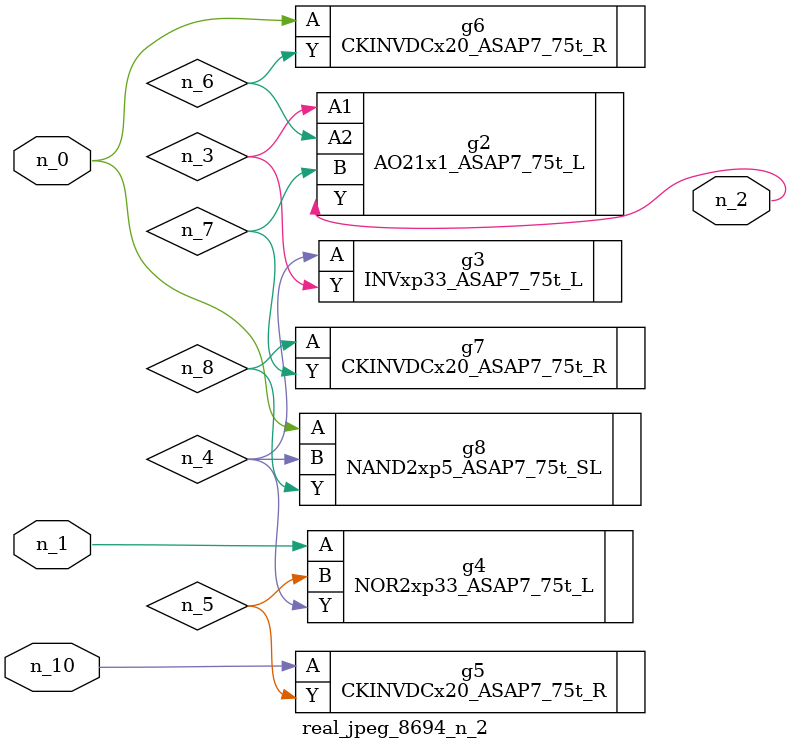
<source format=v>
module real_jpeg_8694_n_2 (n_1, n_10, n_0, n_2);

input n_1;
input n_10;
input n_0;

output n_2;

wire n_5;
wire n_4;
wire n_8;
wire n_6;
wire n_7;
wire n_3;

CKINVDCx20_ASAP7_75t_R g6 ( 
.A(n_0),
.Y(n_6)
);

NAND2xp5_ASAP7_75t_SL g8 ( 
.A(n_0),
.B(n_4),
.Y(n_8)
);

NOR2xp33_ASAP7_75t_L g4 ( 
.A(n_1),
.B(n_5),
.Y(n_4)
);

AO21x1_ASAP7_75t_L g2 ( 
.A1(n_3),
.A2(n_6),
.B(n_7),
.Y(n_2)
);

INVxp33_ASAP7_75t_L g3 ( 
.A(n_4),
.Y(n_3)
);

CKINVDCx20_ASAP7_75t_R g7 ( 
.A(n_8),
.Y(n_7)
);

CKINVDCx20_ASAP7_75t_R g5 ( 
.A(n_10),
.Y(n_5)
);


endmodule
</source>
